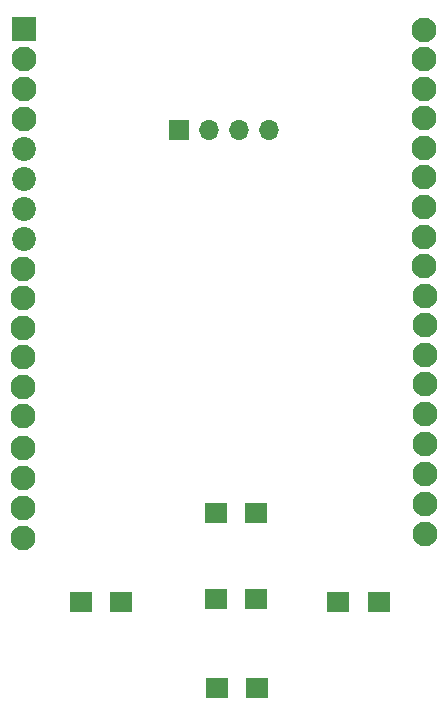
<source format=gbr>
%TF.GenerationSoftware,KiCad,Pcbnew,(6.0.1)*%
%TF.CreationDate,2022-04-28T08:04:20-05:00*%
%TF.ProjectId,AddOnBoard,4164644f-6e42-46f6-9172-642e6b696361,rev?*%
%TF.SameCoordinates,Original*%
%TF.FileFunction,Soldermask,Top*%
%TF.FilePolarity,Negative*%
%FSLAX46Y46*%
G04 Gerber Fmt 4.6, Leading zero omitted, Abs format (unit mm)*
G04 Created by KiCad (PCBNEW (6.0.1)) date 2022-04-28 08:04:20*
%MOMM*%
%LPD*%
G01*
G04 APERTURE LIST*
%ADD10R,1.948000X1.700000*%
%ADD11R,1.700000X1.700000*%
%ADD12O,1.700000X1.700000*%
%ADD13R,2.100000X2.100000*%
%ADD14C,2.100000*%
%ADD15C,2.020000*%
G04 APERTURE END LIST*
D10*
%TO.C,btn_center1*%
X111355400Y-120243600D03*
X114755400Y-120243600D03*
%TD*%
D11*
%TO.C,J3*%
X108204000Y-80518000D03*
D12*
X110744000Y-80518000D03*
X113284000Y-80518000D03*
X115824000Y-80518000D03*
%TD*%
D10*
%TO.C,btn_Up1*%
X111330000Y-112953800D03*
X114730000Y-112953800D03*
%TD*%
%TO.C,btn_right1*%
X121693200Y-120472200D03*
X125093200Y-120472200D03*
%TD*%
%TO.C,btn_left1*%
X99925400Y-120472200D03*
X103325400Y-120472200D03*
%TD*%
%TO.C,btn_down1*%
X111380800Y-127736600D03*
X114780800Y-127736600D03*
%TD*%
D13*
%TO.C,J1*%
X95046800Y-71985200D03*
D14*
X95046800Y-74525200D03*
%TD*%
%TO.C,J4*%
X128955800Y-72002000D03*
X128955800Y-74502000D03*
X128955800Y-77002000D03*
X128955800Y-79502000D03*
%TD*%
%TO.C,J5*%
X128981200Y-82016600D03*
X128981200Y-84516600D03*
X128981200Y-87016600D03*
X128981200Y-89516600D03*
X128981200Y-92016600D03*
%TD*%
%TO.C,J6*%
X129006600Y-94513400D03*
X129006600Y-97013400D03*
X129006600Y-99513400D03*
X129006600Y-102013400D03*
X129006600Y-104513400D03*
%TD*%
%TO.C,J7*%
X95050000Y-77050000D03*
X95050000Y-79550000D03*
%TD*%
%TO.C,J8*%
X95000000Y-92225000D03*
X95000000Y-94725000D03*
X95000000Y-97225000D03*
%TD*%
%TO.C,J9*%
X95000000Y-99750000D03*
X95000000Y-102250000D03*
X95000000Y-104750000D03*
%TD*%
%TO.C,J12*%
X95021400Y-107416600D03*
X95021400Y-109956600D03*
X95021400Y-112496600D03*
X95021400Y-115036600D03*
%TD*%
%TO.C,J10*%
X129006600Y-107071000D03*
X129006600Y-109611000D03*
X129006600Y-112151000D03*
X129006600Y-114691000D03*
%TD*%
D15*
%TO.C,J2*%
X95050000Y-82075000D03*
X95050000Y-84615000D03*
X95050000Y-87155000D03*
X95050000Y-89695000D03*
%TD*%
M02*

</source>
